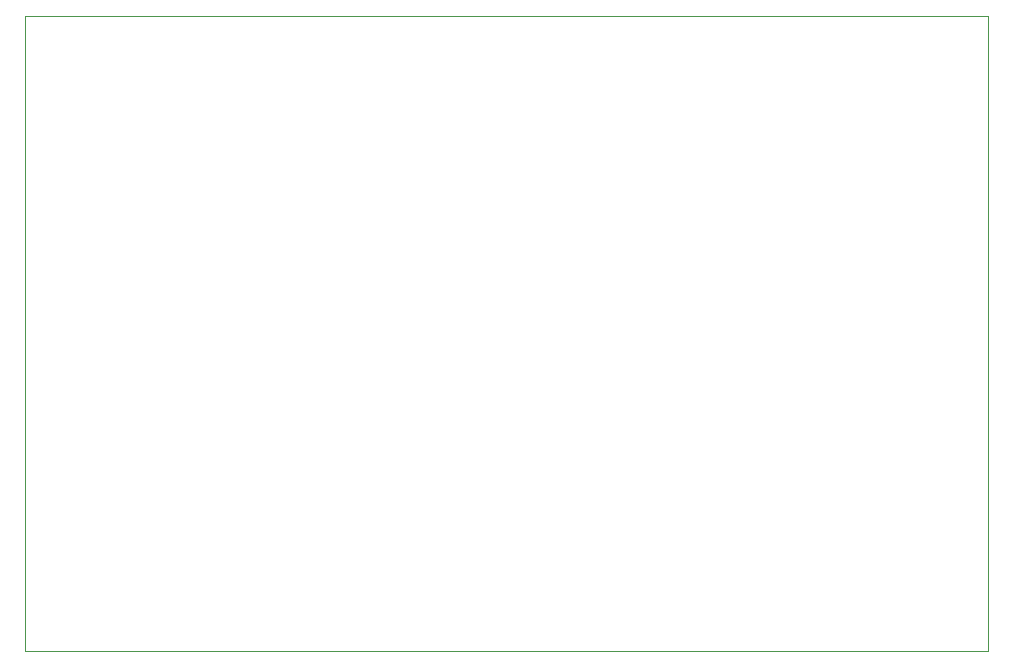
<source format=gm1>
%TF.GenerationSoftware,KiCad,Pcbnew,(6.99.0-818-g79c7d55a40)*%
%TF.CreationDate,2022-02-15T05:40:37+08:00*%
%TF.ProjectId,Project,50726f6a-6563-4742-9e6b-696361645f70,rev?*%
%TF.SameCoordinates,Original*%
%TF.FileFunction,Profile,NP*%
%FSLAX46Y46*%
G04 Gerber Fmt 4.6, Leading zero omitted, Abs format (unit mm)*
G04 Created by KiCad (PCBNEW (6.99.0-818-g79c7d55a40)) date 2022-02-15 05:40:37*
%MOMM*%
%LPD*%
G01*
G04 APERTURE LIST*
%TA.AperFunction,Profile*%
%ADD10C,0.100000*%
%TD*%
G04 APERTURE END LIST*
D10*
X11303000Y-11176000D02*
X92837000Y-11176000D01*
X92837000Y-11176000D02*
X92837000Y-64897000D01*
X92837000Y-64897000D02*
X11303000Y-64897000D01*
X11303000Y-64897000D02*
X11303000Y-11176000D01*
M02*

</source>
